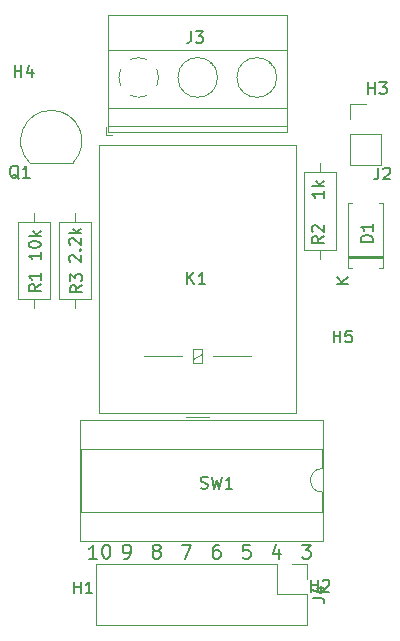
<source format=gbr>
G04 #@! TF.GenerationSoftware,KiCad,Pcbnew,5.0.1-33cea8e~68~ubuntu14.04.1*
G04 #@! TF.CreationDate,2018-11-23T15:58:30-08:00*
G04 #@! TF.ProjectId,relay,72656C61792E6B696361645F70636200,rev?*
G04 #@! TF.SameCoordinates,Original*
G04 #@! TF.FileFunction,Legend,Top*
G04 #@! TF.FilePolarity,Positive*
%FSLAX46Y46*%
G04 Gerber Fmt 4.6, Leading zero omitted, Abs format (unit mm)*
G04 Created by KiCad (PCBNEW 5.0.1-33cea8e~68~ubuntu14.04.1) date Fri 23 Nov 2018 03:58:30 PM PST*
%MOMM*%
%LPD*%
G01*
G04 APERTURE LIST*
%ADD10C,0.200000*%
%ADD11C,0.120000*%
%ADD12C,0.150000*%
G04 APERTURE END LIST*
D10*
X91465428Y-105444857D02*
X90779714Y-105444857D01*
X91122571Y-105444857D02*
X91122571Y-104244857D01*
X91008285Y-104416285D01*
X90894000Y-104530571D01*
X90779714Y-104587714D01*
X92208285Y-104244857D02*
X92322571Y-104244857D01*
X92436857Y-104302000D01*
X92494000Y-104359142D01*
X92551142Y-104473428D01*
X92608285Y-104702000D01*
X92608285Y-104987714D01*
X92551142Y-105216285D01*
X92494000Y-105330571D01*
X92436857Y-105387714D01*
X92322571Y-105444857D01*
X92208285Y-105444857D01*
X92094000Y-105387714D01*
X92036857Y-105330571D01*
X91979714Y-105216285D01*
X91922571Y-104987714D01*
X91922571Y-104702000D01*
X91979714Y-104473428D01*
X92036857Y-104359142D01*
X92094000Y-104302000D01*
X92208285Y-104244857D01*
X93751428Y-105444857D02*
X93980000Y-105444857D01*
X94094285Y-105387714D01*
X94151428Y-105330571D01*
X94265714Y-105159142D01*
X94322857Y-104930571D01*
X94322857Y-104473428D01*
X94265714Y-104359142D01*
X94208571Y-104302000D01*
X94094285Y-104244857D01*
X93865714Y-104244857D01*
X93751428Y-104302000D01*
X93694285Y-104359142D01*
X93637142Y-104473428D01*
X93637142Y-104759142D01*
X93694285Y-104873428D01*
X93751428Y-104930571D01*
X93865714Y-104987714D01*
X94094285Y-104987714D01*
X94208571Y-104930571D01*
X94265714Y-104873428D01*
X94322857Y-104759142D01*
X96405714Y-104759142D02*
X96291428Y-104702000D01*
X96234285Y-104644857D01*
X96177142Y-104530571D01*
X96177142Y-104473428D01*
X96234285Y-104359142D01*
X96291428Y-104302000D01*
X96405714Y-104244857D01*
X96634285Y-104244857D01*
X96748571Y-104302000D01*
X96805714Y-104359142D01*
X96862857Y-104473428D01*
X96862857Y-104530571D01*
X96805714Y-104644857D01*
X96748571Y-104702000D01*
X96634285Y-104759142D01*
X96405714Y-104759142D01*
X96291428Y-104816285D01*
X96234285Y-104873428D01*
X96177142Y-104987714D01*
X96177142Y-105216285D01*
X96234285Y-105330571D01*
X96291428Y-105387714D01*
X96405714Y-105444857D01*
X96634285Y-105444857D01*
X96748571Y-105387714D01*
X96805714Y-105330571D01*
X96862857Y-105216285D01*
X96862857Y-104987714D01*
X96805714Y-104873428D01*
X96748571Y-104816285D01*
X96634285Y-104759142D01*
X98660000Y-104244857D02*
X99460000Y-104244857D01*
X98945714Y-105444857D01*
X101828571Y-104244857D02*
X101600000Y-104244857D01*
X101485714Y-104302000D01*
X101428571Y-104359142D01*
X101314285Y-104530571D01*
X101257142Y-104759142D01*
X101257142Y-105216285D01*
X101314285Y-105330571D01*
X101371428Y-105387714D01*
X101485714Y-105444857D01*
X101714285Y-105444857D01*
X101828571Y-105387714D01*
X101885714Y-105330571D01*
X101942857Y-105216285D01*
X101942857Y-104930571D01*
X101885714Y-104816285D01*
X101828571Y-104759142D01*
X101714285Y-104702000D01*
X101485714Y-104702000D01*
X101371428Y-104759142D01*
X101314285Y-104816285D01*
X101257142Y-104930571D01*
X104425714Y-104244857D02*
X103854285Y-104244857D01*
X103797142Y-104816285D01*
X103854285Y-104759142D01*
X103968571Y-104702000D01*
X104254285Y-104702000D01*
X104368571Y-104759142D01*
X104425714Y-104816285D01*
X104482857Y-104930571D01*
X104482857Y-105216285D01*
X104425714Y-105330571D01*
X104368571Y-105387714D01*
X104254285Y-105444857D01*
X103968571Y-105444857D01*
X103854285Y-105387714D01*
X103797142Y-105330571D01*
X106908571Y-104644857D02*
X106908571Y-105444857D01*
X106622857Y-104187714D02*
X106337142Y-105044857D01*
X107080000Y-105044857D01*
X108820000Y-104244857D02*
X109562857Y-104244857D01*
X109162857Y-104702000D01*
X109334285Y-104702000D01*
X109448571Y-104759142D01*
X109505714Y-104816285D01*
X109562857Y-104930571D01*
X109562857Y-105216285D01*
X109505714Y-105330571D01*
X109448571Y-105387714D01*
X109334285Y-105444857D01*
X108991428Y-105444857D01*
X108877142Y-105387714D01*
X108820000Y-105330571D01*
D11*
G04 #@! TO.C,R3*
X89623900Y-84240500D02*
X89623900Y-83470500D01*
X89623900Y-76160500D02*
X89623900Y-76930500D01*
X90993900Y-83470500D02*
X90993900Y-76930500D01*
X88253900Y-83470500D02*
X90993900Y-83470500D01*
X88253900Y-76930500D02*
X88253900Y-83470500D01*
X90993900Y-76930500D02*
X88253900Y-76930500D01*
G04 #@! TO.C,D1*
X113068560Y-80799600D02*
X112738560Y-80799600D01*
X112738560Y-80799600D02*
X112738560Y-75359600D01*
X112738560Y-75359600D02*
X113068560Y-75359600D01*
X115348560Y-80799600D02*
X115678560Y-80799600D01*
X115678560Y-80799600D02*
X115678560Y-75359600D01*
X115678560Y-75359600D02*
X115348560Y-75359600D01*
X112738560Y-79899600D02*
X115678560Y-79899600D01*
X112738560Y-79779600D02*
X115678560Y-79779600D01*
X112738560Y-80019600D02*
X115678560Y-80019600D01*
G04 #@! TO.C,J3*
X95684398Y-66233636D02*
G75*
G02X95001080Y-66378880I-683318J1534756D01*
G01*
X96536506Y-64015838D02*
G75*
G02X96536080Y-65382880I-1535426J-683042D01*
G01*
X94318038Y-63163454D02*
G75*
G02X95685080Y-63163880I683042J-1535426D01*
G01*
X93465654Y-65381922D02*
G75*
G02X93466080Y-64014880I1535426J683042D01*
G01*
X95029885Y-66379133D02*
G75*
G02X94317080Y-66233880I-28805J1680253D01*
G01*
X101681080Y-64698880D02*
G75*
G03X101681080Y-64698880I-1680000J0D01*
G01*
X106681080Y-64698880D02*
G75*
G03X106681080Y-64698880I-1680000J0D01*
G01*
X92441080Y-68798880D02*
X107561080Y-68798880D01*
X92441080Y-67298880D02*
X107561080Y-67298880D01*
X92441080Y-62397880D02*
X107561080Y-62397880D01*
X92441080Y-59437880D02*
X107561080Y-59437880D01*
X92441080Y-69358880D02*
X107561080Y-69358880D01*
X92441080Y-59437880D02*
X92441080Y-69358880D01*
X107561080Y-59437880D02*
X107561080Y-69358880D01*
X101276080Y-63629880D02*
X101229080Y-63675880D01*
X98967080Y-65937880D02*
X98932080Y-65972880D01*
X101071080Y-63423880D02*
X101036080Y-63459880D01*
X98774080Y-65721880D02*
X98727080Y-65767880D01*
X106276080Y-63629880D02*
X106229080Y-63675880D01*
X103967080Y-65937880D02*
X103932080Y-65972880D01*
X106071080Y-63423880D02*
X106036080Y-63459880D01*
X103774080Y-65721880D02*
X103727080Y-65767880D01*
X92201080Y-68858880D02*
X92201080Y-69598880D01*
X92201080Y-69598880D02*
X92701080Y-69598880D01*
G04 #@! TO.C,K1*
X91634560Y-70450200D02*
X91634560Y-93150200D01*
X91634560Y-93150200D02*
X108334560Y-93150200D01*
X108334560Y-93150200D02*
X108334560Y-70450200D01*
X108334560Y-70450200D02*
X91634560Y-70450200D01*
X100334560Y-88100200D02*
X99634560Y-88500200D01*
X99634560Y-87700200D02*
X99634560Y-88900200D01*
X99634560Y-88900200D02*
X100334560Y-88900200D01*
X100334560Y-88900200D02*
X100334560Y-87700200D01*
X100334560Y-87700200D02*
X99634560Y-87700200D01*
X100984560Y-93410200D02*
X98984560Y-93410200D01*
X104484560Y-88300200D02*
X101334560Y-88300200D01*
X98634560Y-88300200D02*
X95484560Y-88300200D01*
G04 #@! TO.C,Q1*
X85804600Y-71928600D02*
X89404600Y-71928600D01*
X85766122Y-71917078D02*
G75*
G02X87604600Y-67478600I1838478J1838478D01*
G01*
X89443078Y-71917078D02*
G75*
G03X87604600Y-67478600I-1838478J1838478D01*
G01*
G04 #@! TO.C,R1*
X87514100Y-76930500D02*
X84774100Y-76930500D01*
X84774100Y-76930500D02*
X84774100Y-83470500D01*
X84774100Y-83470500D02*
X87514100Y-83470500D01*
X87514100Y-83470500D02*
X87514100Y-76930500D01*
X86144100Y-76160500D02*
X86144100Y-76930500D01*
X86144100Y-84240500D02*
X86144100Y-83470500D01*
G04 #@! TO.C,R2*
X111727920Y-72726800D02*
X108987920Y-72726800D01*
X108987920Y-72726800D02*
X108987920Y-79266800D01*
X108987920Y-79266800D02*
X111727920Y-79266800D01*
X111727920Y-79266800D02*
X111727920Y-72726800D01*
X110357920Y-71956800D02*
X110357920Y-72726800D01*
X110357920Y-80036800D02*
X110357920Y-79266800D01*
G04 #@! TO.C,J2*
X112878560Y-72114720D02*
X115538560Y-72114720D01*
X112878560Y-69514720D02*
X112878560Y-72114720D01*
X115538560Y-69514720D02*
X115538560Y-72114720D01*
X112878560Y-69514720D02*
X115538560Y-69514720D01*
X112878560Y-68244720D02*
X112878560Y-66914720D01*
X112878560Y-66914720D02*
X114208560Y-66914720D01*
G04 #@! TO.C,J4*
X91380000Y-105858000D02*
X91380000Y-111058000D01*
X106680000Y-105858000D02*
X91380000Y-105858000D01*
X109280000Y-111058000D02*
X91380000Y-111058000D01*
X106680000Y-105858000D02*
X106680000Y-108458000D01*
X106680000Y-108458000D02*
X109280000Y-108458000D01*
X109280000Y-108458000D02*
X109280000Y-111058000D01*
X107950000Y-105858000D02*
X109280000Y-105858000D01*
X109280000Y-105858000D02*
X109280000Y-107188000D01*
G04 #@! TO.C,SW1*
X110550000Y-99806000D02*
G75*
G02X110550000Y-97806000I0J1000000D01*
G01*
X110550000Y-97806000D02*
X110550000Y-96156000D01*
X110550000Y-96156000D02*
X90110000Y-96156000D01*
X90110000Y-96156000D02*
X90110000Y-101456000D01*
X90110000Y-101456000D02*
X110550000Y-101456000D01*
X110550000Y-101456000D02*
X110550000Y-99806000D01*
X110610000Y-93666000D02*
X90050000Y-93666000D01*
X90050000Y-93666000D02*
X90050000Y-103946000D01*
X90050000Y-103946000D02*
X110610000Y-103946000D01*
X110610000Y-103946000D02*
X110610000Y-93666000D01*
G04 #@! TO.C,R3*
D12*
X90205820Y-82305186D02*
X89729630Y-82638520D01*
X90205820Y-82876615D02*
X89205820Y-82876615D01*
X89205820Y-82495662D01*
X89253440Y-82400424D01*
X89301059Y-82352805D01*
X89396297Y-82305186D01*
X89539154Y-82305186D01*
X89634392Y-82352805D01*
X89682011Y-82400424D01*
X89729630Y-82495662D01*
X89729630Y-82876615D01*
X89205820Y-81971853D02*
X89205820Y-81352805D01*
X89586773Y-81686139D01*
X89586773Y-81543281D01*
X89634392Y-81448043D01*
X89682011Y-81400424D01*
X89777249Y-81352805D01*
X90015344Y-81352805D01*
X90110582Y-81400424D01*
X90158201Y-81448043D01*
X90205820Y-81543281D01*
X90205820Y-81828996D01*
X90158201Y-81924234D01*
X90110582Y-81971853D01*
X89209619Y-80307321D02*
X89162000Y-80259702D01*
X89114380Y-80164464D01*
X89114380Y-79926369D01*
X89162000Y-79831131D01*
X89209619Y-79783512D01*
X89304857Y-79735893D01*
X89400095Y-79735893D01*
X89542952Y-79783512D01*
X90114380Y-80354940D01*
X90114380Y-79735893D01*
X90019142Y-79307321D02*
X90066761Y-79259702D01*
X90114380Y-79307321D01*
X90066761Y-79354940D01*
X90019142Y-79307321D01*
X90114380Y-79307321D01*
X89209619Y-78878750D02*
X89162000Y-78831131D01*
X89114380Y-78735893D01*
X89114380Y-78497798D01*
X89162000Y-78402560D01*
X89209619Y-78354940D01*
X89304857Y-78307321D01*
X89400095Y-78307321D01*
X89542952Y-78354940D01*
X90114380Y-78926369D01*
X90114380Y-78307321D01*
X90114380Y-77878750D02*
X89114380Y-77878750D01*
X89733428Y-77783512D02*
X90114380Y-77497798D01*
X89447714Y-77497798D02*
X89828666Y-77878750D01*
G04 #@! TO.C,D1*
X114818420Y-78624655D02*
X113818420Y-78624655D01*
X113818420Y-78386560D01*
X113866040Y-78243702D01*
X113961278Y-78148464D01*
X114056516Y-78100845D01*
X114246992Y-78053226D01*
X114389849Y-78053226D01*
X114580325Y-78100845D01*
X114675563Y-78148464D01*
X114770801Y-78243702D01*
X114818420Y-78386560D01*
X114818420Y-78624655D01*
X114818420Y-77100845D02*
X114818420Y-77672274D01*
X114818420Y-77386560D02*
X113818420Y-77386560D01*
X113961278Y-77481798D01*
X114056516Y-77577036D01*
X114104135Y-77672274D01*
X112760940Y-82151504D02*
X111760940Y-82151504D01*
X112760940Y-81580076D02*
X112189512Y-82008647D01*
X111760940Y-81580076D02*
X112332369Y-82151504D01*
G04 #@! TO.C,H1*
X89512235Y-108384600D02*
X89512235Y-107384600D01*
X89512235Y-107860791D02*
X90083663Y-107860791D01*
X90083663Y-108384600D02*
X90083663Y-107384600D01*
X91083663Y-108384600D02*
X90512235Y-108384600D01*
X90797949Y-108384600D02*
X90797949Y-107384600D01*
X90702711Y-107527458D01*
X90607473Y-107622696D01*
X90512235Y-107670315D01*
G04 #@! TO.C,H2*
X109585855Y-108229660D02*
X109585855Y-107229660D01*
X109585855Y-107705851D02*
X110157283Y-107705851D01*
X110157283Y-108229660D02*
X110157283Y-107229660D01*
X110585855Y-107324899D02*
X110633474Y-107277280D01*
X110728712Y-107229660D01*
X110966807Y-107229660D01*
X111062045Y-107277280D01*
X111109664Y-107324899D01*
X111157283Y-107420137D01*
X111157283Y-107515375D01*
X111109664Y-107658232D01*
X110538236Y-108229660D01*
X111157283Y-108229660D01*
G04 #@! TO.C,H3*
X114427095Y-66096140D02*
X114427095Y-65096140D01*
X114427095Y-65572331D02*
X114998523Y-65572331D01*
X114998523Y-66096140D02*
X114998523Y-65096140D01*
X115379476Y-65096140D02*
X115998523Y-65096140D01*
X115665190Y-65477093D01*
X115808047Y-65477093D01*
X115903285Y-65524712D01*
X115950904Y-65572331D01*
X115998523Y-65667569D01*
X115998523Y-65905664D01*
X115950904Y-66000902D01*
X115903285Y-66048521D01*
X115808047Y-66096140D01*
X115522333Y-66096140D01*
X115427095Y-66048521D01*
X115379476Y-66000902D01*
G04 #@! TO.C,H4*
X84505895Y-64678820D02*
X84505895Y-63678820D01*
X84505895Y-64155011D02*
X85077323Y-64155011D01*
X85077323Y-64678820D02*
X85077323Y-63678820D01*
X85982085Y-64012154D02*
X85982085Y-64678820D01*
X85743990Y-63631201D02*
X85505895Y-64345487D01*
X86124942Y-64345487D01*
G04 #@! TO.C,J3*
X99442946Y-60767980D02*
X99442946Y-61482266D01*
X99395327Y-61625123D01*
X99300089Y-61720361D01*
X99157232Y-61767980D01*
X99061994Y-61767980D01*
X99823899Y-60767980D02*
X100442946Y-60767980D01*
X100109613Y-61148933D01*
X100252470Y-61148933D01*
X100347708Y-61196552D01*
X100395327Y-61244171D01*
X100442946Y-61339409D01*
X100442946Y-61577504D01*
X100395327Y-61672742D01*
X100347708Y-61720361D01*
X100252470Y-61767980D01*
X99966756Y-61767980D01*
X99871518Y-61720361D01*
X99823899Y-61672742D01*
G04 #@! TO.C,K1*
X99114384Y-82184500D02*
X99114384Y-81184500D01*
X99685813Y-82184500D02*
X99257241Y-81613072D01*
X99685813Y-81184500D02*
X99114384Y-81755929D01*
X100638194Y-82184500D02*
X100066765Y-82184500D01*
X100352480Y-82184500D02*
X100352480Y-81184500D01*
X100257241Y-81327358D01*
X100162003Y-81422596D01*
X100066765Y-81470215D01*
G04 #@! TO.C,Q1*
X84857601Y-73272899D02*
X84762363Y-73225280D01*
X84667125Y-73130041D01*
X84524268Y-72987184D01*
X84429030Y-72939565D01*
X84333792Y-72939565D01*
X84381411Y-73177660D02*
X84286173Y-73130041D01*
X84190935Y-73034803D01*
X84143316Y-72844327D01*
X84143316Y-72510994D01*
X84190935Y-72320518D01*
X84286173Y-72225280D01*
X84381411Y-72177660D01*
X84571887Y-72177660D01*
X84667125Y-72225280D01*
X84762363Y-72320518D01*
X84809982Y-72510994D01*
X84809982Y-72844327D01*
X84762363Y-73034803D01*
X84667125Y-73130041D01*
X84571887Y-73177660D01*
X84381411Y-73177660D01*
X85762363Y-73177660D02*
X85190935Y-73177660D01*
X85476649Y-73177660D02*
X85476649Y-72177660D01*
X85381411Y-72320518D01*
X85286173Y-72415756D01*
X85190935Y-72463375D01*
G04 #@! TO.C,R1*
X86690460Y-82213746D02*
X86214270Y-82547080D01*
X86690460Y-82785175D02*
X85690460Y-82785175D01*
X85690460Y-82404222D01*
X85738080Y-82308984D01*
X85785699Y-82261365D01*
X85880937Y-82213746D01*
X86023794Y-82213746D01*
X86119032Y-82261365D01*
X86166651Y-82308984D01*
X86214270Y-82404222D01*
X86214270Y-82785175D01*
X86690460Y-81261365D02*
X86690460Y-81832794D01*
X86690460Y-81547080D02*
X85690460Y-81547080D01*
X85833318Y-81642318D01*
X85928556Y-81737556D01*
X85976175Y-81832794D01*
X86690460Y-79497798D02*
X86690460Y-80069226D01*
X86690460Y-79783512D02*
X85690460Y-79783512D01*
X85833318Y-79878750D01*
X85928556Y-79973988D01*
X85976175Y-80069226D01*
X85690460Y-78878750D02*
X85690460Y-78783512D01*
X85738080Y-78688274D01*
X85785699Y-78640655D01*
X85880937Y-78593036D01*
X86071413Y-78545417D01*
X86309508Y-78545417D01*
X86499984Y-78593036D01*
X86595222Y-78640655D01*
X86642841Y-78688274D01*
X86690460Y-78783512D01*
X86690460Y-78878750D01*
X86642841Y-78973988D01*
X86595222Y-79021607D01*
X86499984Y-79069226D01*
X86309508Y-79116845D01*
X86071413Y-79116845D01*
X85880937Y-79069226D01*
X85785699Y-79021607D01*
X85738080Y-78973988D01*
X85690460Y-78878750D01*
X86690460Y-78116845D02*
X85690460Y-78116845D01*
X86309508Y-78021607D02*
X86690460Y-77735893D01*
X86023794Y-77735893D02*
X86404746Y-78116845D01*
G04 #@! TO.C,R2*
X110652820Y-78144666D02*
X110176630Y-78478000D01*
X110652820Y-78716095D02*
X109652820Y-78716095D01*
X109652820Y-78335142D01*
X109700440Y-78239904D01*
X109748059Y-78192285D01*
X109843297Y-78144666D01*
X109986154Y-78144666D01*
X110081392Y-78192285D01*
X110129011Y-78239904D01*
X110176630Y-78335142D01*
X110176630Y-78716095D01*
X109748059Y-77763714D02*
X109700440Y-77716095D01*
X109652820Y-77620857D01*
X109652820Y-77382761D01*
X109700440Y-77287523D01*
X109748059Y-77239904D01*
X109843297Y-77192285D01*
X109938535Y-77192285D01*
X110081392Y-77239904D01*
X110652820Y-77811333D01*
X110652820Y-77192285D01*
X110652820Y-74302287D02*
X110652820Y-74873716D01*
X110652820Y-74588001D02*
X109652820Y-74588001D01*
X109795678Y-74683240D01*
X109890916Y-74778478D01*
X109938535Y-74873716D01*
X110652820Y-73873716D02*
X109652820Y-73873716D01*
X110271868Y-73778478D02*
X110652820Y-73492763D01*
X109986154Y-73492763D02*
X110367106Y-73873716D01*
G04 #@! TO.C,J2*
X115287466Y-72330060D02*
X115287466Y-73044346D01*
X115239847Y-73187203D01*
X115144609Y-73282441D01*
X115001752Y-73330060D01*
X114906514Y-73330060D01*
X115716038Y-72425299D02*
X115763657Y-72377680D01*
X115858895Y-72330060D01*
X116096990Y-72330060D01*
X116192228Y-72377680D01*
X116239847Y-72425299D01*
X116287466Y-72520537D01*
X116287466Y-72615775D01*
X116239847Y-72758632D01*
X115668419Y-73330060D01*
X116287466Y-73330060D01*
G04 #@! TO.C,J4*
X109732380Y-108791333D02*
X110446666Y-108791333D01*
X110589523Y-108838952D01*
X110684761Y-108934190D01*
X110732380Y-109077047D01*
X110732380Y-109172285D01*
X110065714Y-107886571D02*
X110732380Y-107886571D01*
X109684761Y-108124666D02*
X110399047Y-108362761D01*
X110399047Y-107743714D01*
G04 #@! TO.C,SW1*
X100266666Y-99464761D02*
X100409523Y-99512380D01*
X100647619Y-99512380D01*
X100742857Y-99464761D01*
X100790476Y-99417142D01*
X100838095Y-99321904D01*
X100838095Y-99226666D01*
X100790476Y-99131428D01*
X100742857Y-99083809D01*
X100647619Y-99036190D01*
X100457142Y-98988571D01*
X100361904Y-98940952D01*
X100314285Y-98893333D01*
X100266666Y-98798095D01*
X100266666Y-98702857D01*
X100314285Y-98607619D01*
X100361904Y-98560000D01*
X100457142Y-98512380D01*
X100695238Y-98512380D01*
X100838095Y-98560000D01*
X101171428Y-98512380D02*
X101409523Y-99512380D01*
X101600000Y-98798095D01*
X101790476Y-99512380D01*
X102028571Y-98512380D01*
X102933333Y-99512380D02*
X102361904Y-99512380D01*
X102647619Y-99512380D02*
X102647619Y-98512380D01*
X102552380Y-98655238D01*
X102457142Y-98750476D01*
X102361904Y-98798095D01*
G04 #@! TO.C,H5*
X111506095Y-87138380D02*
X111506095Y-86138380D01*
X111506095Y-86614571D02*
X112077523Y-86614571D01*
X112077523Y-87138380D02*
X112077523Y-86138380D01*
X113029904Y-86138380D02*
X112553714Y-86138380D01*
X112506095Y-86614571D01*
X112553714Y-86566952D01*
X112648952Y-86519333D01*
X112887047Y-86519333D01*
X112982285Y-86566952D01*
X113029904Y-86614571D01*
X113077523Y-86709809D01*
X113077523Y-86947904D01*
X113029904Y-87043142D01*
X112982285Y-87090761D01*
X112887047Y-87138380D01*
X112648952Y-87138380D01*
X112553714Y-87090761D01*
X112506095Y-87043142D01*
G04 #@! TD*
M02*

</source>
